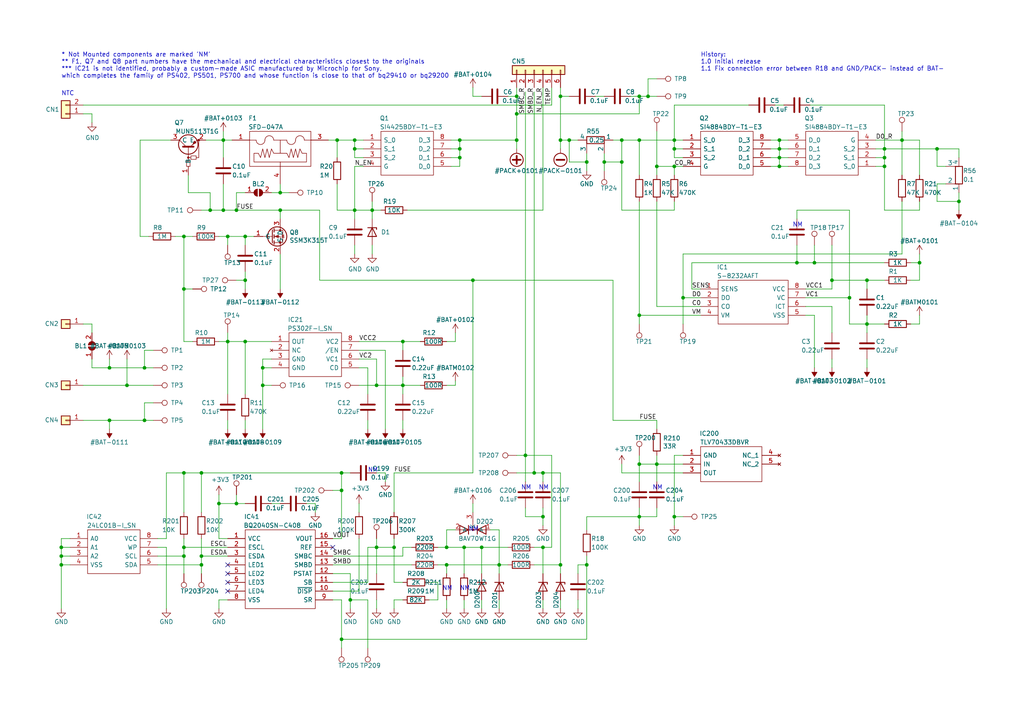
<source format=kicad_sch>
(kicad_sch (version 20211123) (generator eeschema)
  (paper "A4")
  (title_block (title "ERA-201B1 reverse engineering schematic") (date "2022-02-26") (rev "1.1") (company "Loïc POLLIER") (comment 3 "for Aibo ERS-210 and ERS-220 robots") (comment 4 "Sony Lithium-Ion Battery Pack (ERA-201B1) reverse engineering schematic"))
  (junction (at 36.83 111.76))
  (junction (at 152.4 132.08))
  (junction (at 116.84 99.06))
  (junction (at 226.06 48.26))
  (junction (at 251.46 81.28))
  (junction (at 241.3 81.28))
  (junction (at 139.7 158.75))
  (junction (at 60.96 60.96))
  (junction (at 149.86 27.94))
  (junction (at 246.38 86.36))
  (junction (at 114.3 158.75))
  (junction (at 66.04 68.58))
  (junction (at 256.54 45.72))
  (junction (at 71.12 81.28))
  (junction (at 99.06 185.42))
  (junction (at 76.2 106.68))
  (junction (at 195.58 43.18))
  (junction (at 58.42 137.16))
  (junction (at 261.62 40.64))
  (junction (at 109.22 111.76))
  (junction (at 129.54 163.83))
  (junction (at 53.34 137.16))
  (junction (at 165.1 40.64))
  (junction (at 162.56 40.64))
  (junction (at 185.42 149.86))
  (junction (at 101.6 173.99))
  (junction (at 53.34 161.29))
  (junction (at 107.95 60.96))
  (junction (at 41.91 121.92))
  (junction (at 109.22 158.75))
  (junction (at 157.48 158.75))
  (junction (at 17.78 158.75))
  (junction (at 226.06 45.72))
  (junction (at 41.91 106.68))
  (junction (at 195.58 48.26))
  (junction (at 154.94 137.16))
  (junction (at 195.58 149.86))
  (junction (at 53.34 68.58))
  (junction (at 58.42 161.29))
  (junction (at 149.86 40.64))
  (junction (at 31.75 121.92))
  (junction (at 53.34 83.82))
  (junction (at 157.48 137.16))
  (junction (at 58.42 163.83))
  (junction (at 157.48 149.86))
  (junction (at 99.06 142.24))
  (junction (at 71.12 99.06))
  (junction (at 278.13 58.42))
  (junction (at 71.12 68.58))
  (junction (at 81.28 55.88))
  (junction (at 81.28 60.96))
  (junction (at 170.18 163.83))
  (junction (at 134.62 158.75))
  (junction (at 226.06 43.18))
  (junction (at 256.54 43.18))
  (junction (at 137.16 81.28))
  (junction (at 162.56 27.94))
  (junction (at 271.78 43.18))
  (junction (at 63.5 146.05))
  (junction (at 66.04 99.06))
  (junction (at 170.18 46.99))
  (junction (at 226.06 40.64))
  (junction (at 236.22 76.2))
  (junction (at 251.46 93.98))
  (junction (at 185.42 91.44))
  (junction (at 102.87 43.18))
  (junction (at 256.54 48.26))
  (junction (at 17.78 163.83))
  (junction (at 68.58 146.05))
  (junction (at 185.42 40.64))
  (junction (at 17.78 161.29))
  (junction (at 102.87 40.64))
  (junction (at 185.42 134.62))
  (junction (at 97.79 40.64))
  (junction (at 162.56 163.83))
  (junction (at 195.58 40.64))
  (junction (at 187.96 27.94))
  (junction (at 133.35 40.64))
  (junction (at 149.86 33.02))
  (junction (at 180.34 40.64))
  (junction (at 190.5 134.62))
  (junction (at 198.12 86.36))
  (junction (at 144.78 163.83))
  (junction (at 175.26 46.99))
  (junction (at 266.7 76.2))
  (junction (at 76.2 111.76))
  (junction (at 190.5 48.26))
  (junction (at 64.77 60.96))
  (junction (at 64.77 40.64))
  (junction (at 180.34 46.99))
  (junction (at 231.14 76.2))
  (junction (at 133.35 43.18))
  (junction (at 129.54 158.75))
  (junction (at 185.42 27.94))
  (junction (at 68.58 60.96))
  (junction (at 102.87 60.96))
  (junction (at 31.75 106.68))
  (junction (at 99.06 137.16))
  (junction (at 116.84 111.76))
  (junction (at 133.35 45.72))
  (junction (at 53.34 158.75))
  (no_connect (at 96.52 158.75))
  (no_connect (at 66.04 168.91))
  (no_connect (at 66.04 171.45))
  (no_connect (at 66.04 166.37))
  (no_connect (at 66.04 163.83))
  (wire (pts (xy 44.45 101.6) (xy 41.91 101.6)))
  (wire (pts (xy 190.5 149.86) (xy 190.5 147.32)))
  (wire (pts (xy 175.26 46.99) (xy 175.26 49.53)))
  (wire (pts (xy 48.26 158.75) (xy 48.26 176.53)))
  (wire (pts (xy 41.91 101.6) (xy 41.91 106.68)))
  (wire (pts (xy 271.78 43.18) (xy 278.13 43.18)))
  (wire (pts (xy 40.64 40.64) (xy 49.53 40.64)))
  (wire (pts (xy 254 40.64) (xy 261.62 40.64)))
  (wire (pts (xy 116.84 161.29) (xy 116.84 158.75)))
  (wire (pts (xy 246.38 93.98) (xy 246.38 86.36)))
  (wire (pts (xy 66.04 114.3) (xy 66.04 99.06)))
  (wire (pts (xy 170.18 149.86) (xy 185.42 149.86)))
  (wire (pts (xy 198.12 73.66) (xy 198.12 86.36)))
  (wire (pts (xy 227.33 30.48) (xy 224.79 30.48)))
  (wire (pts (xy 147.32 158.75) (xy 139.7 158.75)))
  (wire (pts (xy 198.12 86.36) (xy 203.2 86.36)))
  (wire (pts (xy 144.78 173.99) (xy 144.78 176.53)))
  (wire (pts (xy 157.48 158.75) (xy 154.94 158.75)))
  (wire (pts (xy 266.7 40.64) (xy 266.7 50.8)))
  (wire (pts (xy 105.41 43.18) (xy 102.87 43.18)))
  (wire (pts (xy 71.12 99.06) (xy 71.12 114.3)))
  (wire (pts (xy 76.2 104.14) (xy 76.2 106.68)))
  (wire (pts (xy 99.06 137.16) (xy 99.06 142.24)))
  (wire (pts (xy 104.14 106.68) (xy 106.68 106.68)))
  (wire (pts (xy 165.1 40.64) (xy 162.56 40.64)))
  (wire (pts (xy 63.5 173.99) (xy 63.5 176.53)))
  (wire (pts (xy 144.78 166.37) (xy 144.78 163.83)))
  (wire (pts (xy 261.62 40.64) (xy 266.7 40.64)))
  (wire (pts (xy 132.08 96.52) (xy 132.08 99.06)))
  (wire (pts (xy 102.87 48.26) (xy 105.41 48.26)))
  (wire (pts (xy 195.58 40.64) (xy 195.58 43.18)))
  (wire (pts (xy 185.42 33.02) (xy 185.42 27.94)))
  (wire (pts (xy 162.56 137.16) (xy 162.56 163.83)))
  (wire (pts (xy 109.22 156.21) (xy 109.22 158.75)))
  (wire (pts (xy 198.12 40.64) (xy 195.58 40.64)))
  (wire (pts (xy 54.61 55.88) (xy 60.96 55.88)))
  (wire (pts (xy 251.46 83.82) (xy 251.46 81.28)))
  (wire (pts (xy 109.22 158.75) (xy 109.22 166.37)))
  (wire (pts (xy 149.86 27.94) (xy 149.86 25.4)))
  (wire (pts (xy 109.22 137.16) (xy 111.76 137.16)))
  (wire (pts (xy 97.79 60.96) (xy 102.87 60.96)))
  (wire (pts (xy 154.94 26.67) (xy 154.94 137.16)))
  (wire (pts (xy 195.58 149.86) (xy 195.58 152.4)))
  (wire (pts (xy 162.56 27.94) (xy 162.56 40.64)))
  (wire (pts (xy 99.06 173.99) (xy 99.06 185.42)))
  (wire (pts (xy 254 43.18) (xy 256.54 43.18)))
  (wire (pts (xy 102.87 60.96) (xy 107.95 60.96)))
  (wire (pts (xy 195.58 48.26) (xy 198.12 48.26)))
  (wire (pts (xy 71.12 78.74) (xy 71.12 81.28)))
  (wire (pts (xy 17.78 163.83) (xy 17.78 176.53)))
  (wire (pts (xy 217.17 30.48) (xy 195.58 30.48)))
  (wire (pts (xy 63.5 173.99) (xy 66.04 173.99)))
  (wire (pts (xy 104.14 156.21) (xy 104.14 171.45)))
  (wire (pts (xy 45.72 163.83) (xy 58.42 163.83)))
  (wire (pts (xy 58.42 163.83) (xy 58.42 166.37)))
  (wire (pts (xy 190.5 134.62) (xy 198.12 134.62)))
  (wire (pts (xy 17.78 163.83) (xy 20.32 163.83)))
  (wire (pts (xy 71.12 146.05) (xy 68.58 146.05)))
  (wire (pts (xy 226.06 48.26) (xy 226.06 45.72)))
  (wire (pts (xy 236.22 76.2) (xy 256.54 76.2)))
  (wire (pts (xy 88.9 146.05) (xy 91.44 146.05)))
  (wire (pts (xy 200.66 76.2) (xy 200.66 83.82)))
  (wire (pts (xy 102.87 73.66) (xy 102.87 71.12)))
  (wire (pts (xy 187.96 22.86) (xy 187.96 27.94)))
  (wire (pts (xy 256.54 93.98) (xy 251.46 93.98)))
  (wire (pts (xy 185.42 91.44) (xy 185.42 93.98)))
  (wire (pts (xy 139.7 166.37) (xy 139.7 158.75)))
  (wire (pts (xy 256.54 45.72) (xy 256.54 48.26)))
  (wire (pts (xy 48.26 156.21) (xy 45.72 156.21)))
  (wire (pts (xy 185.42 149.86) (xy 185.42 152.4)))
  (wire (pts (xy 157.48 60.96) (xy 157.48 25.4)))
  (wire (pts (xy 162.56 163.83) (xy 162.56 166.37)))
  (wire (pts (xy 246.38 60.96) (xy 246.38 86.36)))
  (wire (pts (xy 133.35 45.72) (xy 133.35 48.26)))
  (wire (pts (xy 129.54 166.37) (xy 129.54 163.83)))
  (wire (pts (xy 78.74 106.68) (xy 76.2 106.68)))
  (wire (pts (xy 96.52 171.45) (xy 104.14 171.45)))
  (wire (pts (xy 97.79 53.34) (xy 97.79 60.96)))
  (wire (pts (xy 187.96 27.94) (xy 190.5 27.94)))
  (wire (pts (xy 160.02 25.4) (xy 160.02 30.48)))
  (wire (pts (xy 233.68 86.36) (xy 246.38 86.36)))
  (wire (pts (xy 274.32 53.34) (xy 271.78 53.34)))
  (wire (pts (xy 99.06 137.16) (xy 101.6 137.16)))
  (wire (pts (xy 81.28 53.34) (xy 81.28 55.88)))
  (wire (pts (xy 137.16 81.28) (xy 177.8 81.28)))
  (wire (pts (xy 157.48 137.16) (xy 162.56 137.16)))
  (wire (pts (xy 256.54 81.28) (xy 251.46 81.28)))
  (wire (pts (xy 20.32 158.75) (xy 17.78 158.75)))
  (wire (pts (xy 58.42 137.16) (xy 99.06 137.16)))
  (wire (pts (xy 106.68 168.91) (xy 106.68 158.75)))
  (wire (pts (xy 106.68 173.99) (xy 106.68 187.96)))
  (wire (pts (xy 99.06 187.96) (xy 99.06 185.42)))
  (wire (pts (xy 130.81 43.18) (xy 133.35 43.18)))
  (wire (pts (xy 53.34 156.21) (xy 53.34 158.75)))
  (wire (pts (xy 266.7 60.96) (xy 266.7 58.42)))
  (wire (pts (xy 107.95 71.12) (xy 107.95 73.66)))
  (wire (pts (xy 59.69 40.64) (xy 64.77 40.64)))
  (wire (pts (xy 64.77 38.1) (xy 64.77 40.64)))
  (wire (pts (xy 96.52 168.91) (xy 106.68 168.91)))
  (wire (pts (xy 102.87 43.18) (xy 102.87 45.72)))
  (wire (pts (xy 160.02 132.08) (xy 160.02 158.75)))
  (wire (pts (xy 162.56 163.83) (xy 154.94 163.83)))
  (wire (pts (xy 162.56 40.64) (xy 162.56 43.18)))
  (wire (pts (xy 102.87 60.96) (xy 102.87 48.26)))
  (wire (pts (xy 231.14 76.2) (xy 236.22 76.2)))
  (wire (pts (xy 76.2 111.76) (xy 76.2 124.46)))
  (wire (pts (xy 162.56 173.99) (xy 162.56 176.53)))
  (wire (pts (xy 106.68 158.75) (xy 109.22 158.75)))
  (wire (pts (xy 114.3 137.16) (xy 114.3 148.59)))
  (wire (pts (xy 53.34 161.29) (xy 53.34 166.37)))
  (wire (pts (xy 137.16 27.94) (xy 139.7 27.94)))
  (wire (pts (xy 95.25 40.64) (xy 97.79 40.64)))
  (wire (pts (xy 195.58 60.96) (xy 180.34 60.96)))
  (wire (pts (xy 134.62 158.75) (xy 139.7 158.75)))
  (wire (pts (xy 111.76 101.6) (xy 111.76 124.46)))
  (wire (pts (xy 226.06 48.26) (xy 223.52 48.26)))
  (wire (pts (xy 185.42 132.08) (xy 185.42 134.62)))
  (wire (pts (xy 24.13 33.02) (xy 26.67 33.02)))
  (wire (pts (xy 31.75 124.46) (xy 31.75 121.92)))
  (wire (pts (xy 228.6 48.26) (xy 226.06 48.26)))
  (wire (pts (xy 254 45.72) (xy 256.54 45.72)))
  (wire (pts (xy 170.18 185.42) (xy 170.18 163.83)))
  (wire (pts (xy 58.42 60.96) (xy 60.96 60.96)))
  (wire (pts (xy 64.77 60.96) (xy 68.58 60.96)))
  (wire (pts (xy 226.06 40.64) (xy 228.6 40.64)))
  (wire (pts (xy 53.34 158.75) (xy 66.04 158.75)))
  (wire (pts (xy 110.49 60.96) (xy 107.95 60.96)))
  (wire (pts (xy 180.34 137.16) (xy 198.12 137.16)))
  (wire (pts (xy 266.7 81.28) (xy 264.16 81.28)))
  (wire (pts (xy 20.32 156.21) (xy 17.78 156.21)))
  (wire (pts (xy 149.86 33.02) (xy 149.86 40.64)))
  (wire (pts (xy 104.14 111.76) (xy 109.22 111.76)))
  (wire (pts (xy 190.5 132.08) (xy 190.5 134.62)))
  (wire (pts (xy 256.54 48.26) (xy 254 48.26)))
  (wire (pts (xy 226.06 43.18) (xy 223.52 43.18)))
  (wire (pts (xy 170.18 46.99) (xy 170.18 49.53)))
  (wire (pts (xy 226.06 45.72) (xy 226.06 43.18)))
  (wire (pts (xy 241.3 81.28) (xy 251.46 81.28)))
  (wire (pts (xy 241.3 88.9) (xy 241.3 96.52)))
  (wire (pts (xy 96.52 142.24) (xy 99.06 142.24)))
  (wire (pts (xy 17.78 156.21) (xy 17.78 158.75)))
  (wire (pts (xy 231.14 63.5) (xy 231.14 60.96)))
  (wire (pts (xy 26.67 106.68) (xy 31.75 106.68)))
  (wire (pts (xy 129.54 163.83) (xy 144.78 163.83)))
  (wire (pts (xy 195.58 43.18) (xy 195.58 45.72)))
  (wire (pts (xy 132.08 99.06) (xy 129.54 99.06)))
  (wire (pts (xy 101.6 173.99) (xy 101.6 176.53)))
  (wire (pts (xy 68.58 55.88) (xy 68.58 60.96)))
  (wire (pts (xy 185.42 134.62) (xy 190.5 134.62)))
  (wire (pts (xy 41.91 121.92) (xy 44.45 121.92)))
  (wire (pts (xy 190.5 38.1) (xy 190.5 48.26)))
  (wire (pts (xy 129.54 158.75) (xy 134.62 158.75)))
  (wire (pts (xy 231.14 71.12) (xy 231.14 76.2)))
  (wire (pts (xy 58.42 163.83) (xy 58.42 161.29)))
  (wire (pts (xy 44.45 116.84) (xy 41.91 116.84)))
  (wire (pts (xy 185.42 134.62) (xy 185.42 139.7)))
  (wire (pts (xy 180.34 60.96) (xy 180.34 46.99)))
  (wire (pts (xy 54.61 50.8) (xy 54.61 55.88)))
  (wire (pts (xy 180.34 134.62) (xy 180.34 137.16)))
  (wire (pts (xy 104.14 146.05) (xy 104.14 148.59)))
  (wire (pts (xy 20.32 161.29) (xy 17.78 161.29)))
  (wire (pts (xy 26.67 106.68) (xy 26.67 104.14)))
  (wire (pts (xy 132.08 110.49) (xy 132.08 111.76)))
  (wire (pts (xy 68.58 81.28) (xy 71.12 81.28)))
  (wire (pts (xy 64.77 40.64) (xy 67.31 40.64)))
  (wire (pts (xy 198.12 73.66) (xy 261.62 73.66)))
  (wire (pts (xy 278.13 58.42) (xy 278.13 60.96)))
  (wire (pts (xy 55.88 83.82) (xy 53.34 83.82)))
  (wire (pts (xy 251.46 91.44) (xy 251.46 93.98)))
  (wire (pts (xy 63.5 156.21) (xy 66.04 156.21)))
  (wire (pts (xy 63.5 99.06) (xy 66.04 99.06)))
  (wire (pts (xy 96.52 161.29) (xy 116.84 161.29)))
  (wire (pts (xy 127 173.99) (xy 127 168.91)))
  (wire (pts (xy 106.68 121.92) (xy 106.68 124.46)))
  (wire (pts (xy 41.91 106.68) (xy 44.45 106.68)))
  (wire (pts (xy 198.12 43.18) (xy 195.58 43.18)))
  (wire (pts (xy 170.18 46.99) (xy 165.1 46.99)))
  (wire (pts (xy 26.67 33.02) (xy 26.67 35.56)))
  (wire (pts (xy 165.1 27.94) (xy 162.56 27.94)))
  (wire (pts (xy 96.52 173.99) (xy 99.06 173.99)))
  (wire (pts (xy 121.92 99.06) (xy 116.84 99.06)))
  (wire (pts (xy 78.74 111.76) (xy 76.2 111.76)))
  (wire (pts (xy 149.86 33.02) (xy 185.42 33.02)))
  (wire (pts (xy 81.28 60.96) (xy 81.28 63.5)))
  (wire (pts (xy 78.74 55.88) (xy 81.28 55.88)))
  (wire (pts (xy 185.42 91.44) (xy 203.2 91.44)))
  (wire (pts (xy 48.26 137.16) (xy 48.26 156.21)))
  (wire (pts (xy 251.46 93.98) (xy 251.46 96.52)))
  (wire (pts (xy 190.5 48.26) (xy 190.5 50.8)))
  (wire (pts (xy 48.26 137.16) (xy 53.34 137.16)))
  (wire (pts (xy 109.22 158.75) (xy 114.3 158.75)))
  (wire (pts (xy 190.5 48.26) (xy 195.58 48.26)))
  (wire (pts (xy 241.3 83.82) (xy 233.68 83.82)))
  (wire (pts (xy 233.68 88.9) (xy 241.3 88.9)))
  (wire (pts (xy 264.16 76.2) (xy 266.7 76.2)))
  (wire (pts (xy 157.48 173.99) (xy 157.48 176.53)))
  (wire (pts (xy 116.84 158.75) (xy 119.38 158.75)))
  (wire (pts (xy 111.76 139.7) (xy 111.76 137.16)))
  (wire (pts (xy 64.77 40.64) (xy 64.77 45.72)))
  (wire (pts (xy 236.22 91.44) (xy 233.68 91.44)))
  (wire (pts (xy 130.81 40.64) (xy 133.35 40.64)))
  (wire (pts (xy 53.34 161.29) (xy 45.72 161.29)))
  (wire (pts (xy 101.6 166.37) (xy 101.6 173.99)))
  (wire (pts (xy 116.84 173.99) (xy 114.3 173.99)))
  (wire (pts (xy 266.7 93.98) (xy 264.16 93.98)))
  (wire (pts (xy 127 163.83) (xy 129.54 163.83)))
  (wire (pts (xy 175.26 27.94) (xy 172.72 27.94)))
  (wire (pts (xy 92.71 81.28) (xy 137.16 81.28)))
  (wire (pts (xy 228.6 43.18) (xy 226.06 43.18)))
  (wire (pts (xy 78.74 104.14) (xy 76.2 104.14)))
  (wire (pts (xy 246.38 93.98) (xy 251.46 93.98)))
  (wire (pts (xy 17.78 158.75) (xy 17.78 161.29)))
  (wire (pts (xy 177.8 40.64) (xy 180.34 40.64)))
  (wire (pts (xy 60.96 60.96) (xy 64.77 60.96)))
  (wire (pts (xy 66.04 71.12) (xy 66.04 68.58)))
  (wire (pts (xy 195.58 45.72) (xy 198.12 45.72)))
  (wire (pts (xy 36.83 111.76) (xy 36.83 104.14)))
  (wire (pts (xy 53.34 68.58) (xy 55.88 68.58)))
  (wire (pts (xy 66.04 96.52) (xy 66.04 99.06)))
  (wire (pts (xy 137.16 137.16) (xy 137.16 81.28)))
  (wire (pts (xy 198.12 86.36) (xy 198.12 93.98)))
  (wire (pts (xy 31.75 121.92) (xy 41.91 121.92)))
  (wire (pts (xy 144.78 153.67) (xy 142.24 153.67)))
  (wire (pts (xy 114.3 158.75) (xy 114.3 168.91)))
  (wire (pts (xy 118.11 60.96) (xy 157.48 60.96)))
  (wire (pts (xy 116.84 109.22) (xy 116.84 111.76)))
  (wire (pts (xy 274.32 48.26) (xy 271.78 48.26)))
  (wire (pts (xy 64.77 53.34) (xy 64.77 60.96)))
  (wire (pts (xy 68.58 146.05) (xy 68.58 143.51)))
  (wire (pts (xy 106.68 106.68) (xy 106.68 114.3)))
  (wire (pts (xy 170.18 149.86) (xy 170.18 153.67)))
  (wire (pts (xy 185.42 50.8) (xy 185.42 40.64)))
  (wire (pts (xy 104.14 101.6) (xy 111.76 101.6)))
  (wire (pts (xy 261.62 40.64) (xy 261.62 50.8)))
  (wire (pts (xy 41.91 116.84) (xy 41.91 121.92)))
  (wire (pts (xy 147.32 163.83) (xy 144.78 163.83)))
  (wire (pts (xy 26.67 96.52) (xy 26.67 93.98)))
  (wire (pts (xy 223.52 45.72) (xy 226.06 45.72)))
  (wire (pts (xy 81.28 146.05) (xy 78.74 146.05)))
  (wire (pts (xy 24.13 121.92) (xy 31.75 121.92)))
  (wire (pts (xy 63.5 68.58) (xy 66.04 68.58)))
  (wire (pts (xy 149.86 33.02) (xy 149.86 27.94)))
  (wire (pts (xy 101.6 173.99) (xy 106.68 173.99)))
  (wire (pts (xy 185.42 147.32) (xy 185.42 149.86)))
  (wire (pts (xy 167.64 176.53) (xy 167.64 173.99)))
  (wire (pts (xy 167.64 40.64) (xy 165.1 40.64)))
  (wire (pts (xy 96.52 166.37) (xy 101.6 166.37)))
  (wire (pts (xy 271.78 43.18) (xy 256.54 43.18)))
  (wire (pts (xy 154.94 137.16) (xy 157.48 137.16)))
  (wire (pts (xy 236.22 71.12) (xy 236.22 76.2)))
  (wire (pts (xy 152.4 26.67) (xy 152.4 132.08)))
  (wire (pts (xy 66.04 68.58) (xy 71.12 68.58)))
  (wire (pts (xy 195.58 30.48) (xy 195.58 40.64)))
  (wire (pts (xy 116.84 101.6) (xy 116.84 99.06)))
  (wire (pts (xy 195.58 58.42) (xy 195.58 60.96)))
  (wire (pts (xy 127 173.99) (xy 124.46 173.99)))
  (wire (pts (xy 271.78 58.42) (xy 278.13 58.42)))
  (wire (pts (xy 109.22 176.53) (xy 109.22 173.99)))
  (wire (pts (xy 157.48 149.86) (xy 157.48 152.4)))
  (wire (pts (xy 278.13 55.88) (xy 278.13 58.42)))
  (wire (pts (xy 231.14 60.96) (xy 246.38 60.96)))
  (wire (pts (xy 36.83 111.76) (xy 44.45 111.76)))
  (wire (pts (xy 81.28 55.88) (xy 83.82 55.88)))
  (wire (pts (xy 91.44 148.59) (xy 91.44 146.05)))
  (wire (pts (xy 53.34 158.75) (xy 53.34 161.29)))
  (wire (pts (xy 40.64 68.58) (xy 40.64 40.64)))
  (wire (pts (xy 190.5 88.9) (xy 203.2 88.9)))
  (wire (pts (xy 152.4 132.08) (xy 160.02 132.08)))
  (wire (pts (xy 81.28 60.96) (xy 92.71 60.96)))
  (wire (pts (xy 223.52 40.64) (xy 226.06 40.64)))
  (wire (pts (xy 190.5 139.7) (xy 190.5 134.62)))
  (wire (pts (xy 261.62 73.66) (xy 261.62 58.42)))
  (wire (pts (xy 137.16 25.4) (xy 137.16 27.94)))
  (wire (pts (xy 114.3 173.99) (xy 114.3 176.53)))
  (wire (pts (xy 116.84 124.46) (xy 116.84 121.92)))
  (wire (pts (xy 149.86 137.16) (xy 154.94 137.16)))
  (wire (pts (xy 152.4 147.32) (xy 152.4 149.86)))
  (wire (pts (xy 60.96 55.88) (xy 60.96 60.96)))
  (wire (pts (xy 53.34 68.58) (xy 53.34 83.82)))
  (wire (pts (xy 256.54 30.48) (xy 256.54 43.18)))
  (wire (pts (xy 53.34 137.16) (xy 58.42 137.16)))
  (wire (pts (xy 256.54 48.26) (xy 256.54 60.96)))
  (wire (pts (xy 92.71 60.96) (xy 92.71 81.28)))
  (wire (pts (xy 102.87 45.72) (xy 105.41 45.72)))
  (wire (pts (xy 107.95 60.96) (xy 107.95 63.5)))
  (wire (pts (xy 162.56 25.4) (xy 162.56 27.94)))
  (wire (pts (xy 96.52 156.21) (xy 99.06 156.21)))
  (wire (pts (xy 114.3 156.21) (xy 114.3 158.75)))
  (wire (pts (xy 31.75 106.68) (xy 41.91 106.68)))
  (wire (pts (xy 190.5 22.86) (xy 187.96 22.86)))
  (wire (pts (xy 31.75 104.14) (xy 31.75 106.68)))
  (wire (pts (xy 175.26 46.99) (xy 180.34 46.99)))
  (wire (pts (xy 71.12 99.06) (xy 78.74 99.06)))
  (wire (pts (xy 157.48 158.75) (xy 157.48 166.37)))
  (wire (pts (xy 116.84 111.76) (xy 116.84 114.3)))
  (wire (pts (xy 256.54 43.18) (xy 256.54 45.72)))
  (wire (pts (xy 130.81 45.72) (xy 133.35 45.72)))
  (wire (pts (xy 58.42 137.16) (xy 58.42 148.59)))
  (wire (pts (xy 200.66 76.2) (xy 231.14 76.2)))
  (wire (pts (xy 17.78 161.29) (xy 17.78 163.83)))
  (wire (pts (xy 129.54 111.76) (xy 132.08 111.76)))
  (wire (pts (xy 203.2 83.82) (xy 200.66 83.82)))
  (wire (pts (xy 68.58 60.96) (xy 81.28 60.96)))
  (wire (pts (xy 124.46 168.91) (xy 127 168.91)))
  (wire (pts (xy 58.42 161.29) (xy 66.04 161.29)))
  (wire (pts (xy 71.12 68.58) (xy 71.12 71.12)))
  (wire (pts (xy 147.32 27.94) (xy 149.86 27.94)))
  (wire (pts (xy 256.54 60.96) (xy 266.7 60.96)))
  (wire (pts (xy 226.06 45.72) (xy 228.6 45.72)))
  (wire (pts (xy 133.35 43.18) (xy 133.35 45.72)))
  (wire (pts (xy 133.35 48.26) (xy 130.81 48.26)))
  (wire (pts (xy 266.7 76.2) (xy 266.7 73.66)))
  (wire (pts (xy 180.34 46.99) (xy 180.34 40.64)))
  (wire (pts (xy 63.5 146.05) (xy 63.5 143.51)))
  (wire (pts (xy 185.42 149.86) (xy 190.5 149.86)))
  (wire (pts (xy 190.5 124.46) (xy 190.5 121.92)))
  (wire (pts (xy 167.64 166.37) (xy 167.64 163.83)))
  (wire (pts (xy 241.3 104.14) (xy 241.3 106.68)))
  (wire (pts (xy 71.12 81.28) (xy 71.12 83.82)))
  (wire (pts (xy 182.88 27.94) (xy 185.42 27.94)))
  (wire (pts (xy 177.8 121.92) (xy 190.5 121.92)))
  (wire (pts (xy 24.13 111.76) (xy 36.83 111.76)))
  (wire (pts (xy 165.1 40.64) (xy 165.1 46.99)))
  (wire (pts (xy 116.84 99.06) (xy 104.14 99.06)))
  (wire (pts (xy 251.46 106.68) (xy 251.46 104.14)))
  (wire (pts (xy 152.4 149.86) (xy 157.48 149.86)))
  (wire (pts (xy 180.34 40.64) (xy 185.42 40.64)))
  (wire (pts (xy 157.48 137.16) (xy 157.48 139.7)))
  (wire (pts (xy 58.42 156.21) (xy 58.42 161.29)))
  (wire (pts (xy 177.8 81.28) (xy 177.8 121.92)))
  (wire (pts (xy 198.12 149.86) (xy 195.58 149.86)))
  (wire (pts (xy 266.7 91.44) (xy 266.7 93.98)))
  (wire (pts (xy 50.8 68.58) (xy 53.34 68.58)))
  (wire (pts (xy 261.62 38.1) (xy 261.62 40.64)))
  (wire (pts (xy 66.04 99.06) (xy 71.12 99.06)))
  (wire (pts (xy 53.34 99.06) (xy 55.88 99.06)))
  (wire (pts (xy 271.78 53.34) (xy 271.78 58.42)))
  (wire (pts (xy 68.58 55.88) (xy 71.12 55.88)))
  (wire (pts (xy 226.06 43.18) (xy 226.06 40.64)))
  (wire (pts (xy 107.95 58.42) (xy 107.95 60.96)))
  (wire (pts (xy 45.72 158.75) (xy 48.26 158.75)))
  (wire (pts (xy 121.92 111.76) (xy 116.84 111.76)))
  (wire (pts (xy 114.3 168.91) (xy 116.84 168.91)))
  (wire (pts (xy 133.35 40.64) (xy 149.86 40.64)))
  (wire (pts (xy 26.67 93.98) (xy 24.13 93.98)))
  (wire (pts (xy 97.79 40.64) (xy 97.79 45.72)))
  (wire (pts (xy 157.48 147.32) (xy 157.48 149.86)))
  (wire (pts (xy 66.04 121.92) (xy 66.04 124.46)))
  (wire (pts (xy 152.4 132.08) (xy 152.4 139.7)))
  (wire (pts (xy 149.86 132.08) (xy 152.4 132.08)))
  (wire (pts (xy 109.22 111.76) (xy 116.84 111.76)))
  (wire (pts (xy 114.3 137.16) (xy 137.16 137.16)))
  (wire (pts (xy 102.87 40.64) (xy 102.87 43.18)))
  (wire (pts (xy 195.58 50.8) (xy 195.58 48.26)))
  (wire (pts (xy 157.48 158.75) (xy 160.02 158.75)))
  (wire (pts (xy 149.86 40.64) (xy 149.86 43.18)))
  (wire (pts (xy 175.26 44.45) (xy 175.26 46.99)))
  (wire (pts (xy 24.13 30.48) (xy 160.02 30.48)))
  (wire (pts (xy 109.22 104.14) (xy 109.22 111.76)))
  (wire (pts (xy 236.22 91.44) (xy 236.22 106.68)))
  (wire (pts (xy 63.5 156.21) (xy 63.5 146.05)))
  (wire (pts (xy 76.2 106.68) (xy 76.2 111.76)))
  (wire (pts (xy 195.58 132.08) (xy 198.12 132.08)))
  (wire (pts (xy 190.5 58.42) (xy 190.5 88.9)))
  (wire (pts (xy 278.13 43.18) (xy 278.13 45.72)))
  (wire (pts (xy 167.64 163.83) (xy 170.18 163.83)))
  (wire (pts (xy 234.95 30.48) (xy 256.54 30.48)))
  (wire (pts (xy 139.7 173.99) (xy 139.7 176.53)))
  (wire (pts (xy 195.58 132.08) (xy 195.58 149.86)))
  (wire (pts (xy 104.14 104.14) (xy 109.22 104.14)))
  (wire (pts (xy 144.78 163.83) (xy 144.78 153.67)))
  (wire (pts (xy 185.42 27.94) (xy 187.96 27.94)))
  (wire (pts (xy 97.79 40.64) (xy 102.87 40.64)))
  (wire (pts (xy 127 158.75) (xy 129.54 158.75)))
  (wire (pts (xy 99.06 142.24) (xy 99.06 156.21)))
  (wire (pts (xy 170.18 161.29) (xy 170.18 163.83)))
  (wire (pts (xy 129.54 158.75) (xy 129.54 153.67)))
  (wire (pts (xy 53.34 148.59) (xy 53.34 137.16)))
  (wire (pts (xy 105.41 40.64) (xy 102.87 40.64)))
  (wire (pts (xy 71.12 121.92) (xy 71.12 124.46)))
  (wire (pts (xy 119.38 163.83) (xy 96.52 163.83)))
  (wire (pts (xy 81.28 73.66) (xy 81.28 83.82)))
  (wire (pts (xy 134.62 173.99) (xy 134.62 176.53)))
  (wire (pts (xy 133.35 40.64) (xy 133.35 43.18)))
  (wire (pts (xy 271.78 48.26) (xy 271.78 43.18)))
  (wire (pts (xy 53.34 83.82) (xy 53.34 99.06)))
  (wire (pts (xy 241.3 71.12) (xy 241.3 81.28)))
  (wire (pts (xy 43.18 68.58) (xy 40.64 68.58)))
  (wire (pts (xy 129.54 173.99) (xy 129.54 176.53)))
  (wire (pts (xy 241.3 81.28) (xy 241.3 83.82)))
  (wire (pts (xy 63.5 146.05) (xy 68.58 146.05)))
  (wire (pts (xy 134.62 166.37) (xy 134.62 158.75)))
  (wire (pts (xy 129.54 153.67) (xy 132.08 153.67)))
  (wire (pts (xy 99.06 185.42) (xy 170.18 185.42)))
  (wire (pts (xy 266.7 76.2) (xy 266.7 81.28)))
  (wire (pts (xy 137.16 146.05) (xy 137.16 148.59)))
  (wire (pts (xy 170.18 44.45) (xy 170.18 46.99)))
  (wire (pts (xy 185.42 40.64) (xy 195.58 40.64)))
  (wire (pts (xy 73.66 68.58) (xy 71.12 68.58)))
  (wire (pts (xy 185.42 58.42) (xy 185.42 91.44)))
  (wire (pts (xy 102.87 63.5) (xy 102.87 60.96)))
  (text "NM" (at 133.35 171.45 0) (effects (font (size 1.27 1.27)) (justify left bottom)))
  (text "NM" (at 128.27 171.45 0) (effects (font (size 1.27 1.27)) (justify left bottom)))
  (text "NM" (at 135.89 154.305 0) (effects (font (size 1.27 1.27)) (justify left bottom)))
  (text "* Not Mounted components are marked 'NM'\n** F1, Q7 and Q8 part numbers have the mechanical and electrical characteristics closest to the originals\n*** IC21 is not identified, probably a custom-made ASIC manufactured by Microchip for Sony,\nwhich completes the family of PS402, PS501, PS700 and whose function is close to that of bq29410 or bq29200" (at 17.78 22.86 0) (effects (font (size 1.27 1.27)) (justify left bottom)))
  (text "NM" (at 189.23 142.24 0) (effects (font (size 1.27 1.27)) (justify left bottom)))
  (text "NTC" (at 17.78 27.94 0) (effects (font (size 1.27 1.27)) (justify left bottom)))
  (text "NM" (at 106.68 137.16 0) (effects (font (size 1.27 1.27)) (justify left bottom)))
  (text "NM" (at 229.87 66.04 0) (effects (font (size 1.27 1.27)) (justify left bottom)))
  (text "NM" (at 156.21 142.24 0) (effects (font (size 1.27 1.27)) (justify left bottom)))
  (text "NM" (at 151.13 142.24 0) (effects (font (size 1.27 1.27)) (justify left bottom)))
  (text "History:\n1.0 Initial release\n1.1 Fix connection error between R18 and GND/PACK- instead of BAT-\n " (at 203.2 22.86 0) (effects (font (size 1.27 1.27)) (justify left bottom)))
  (label "SENS" (at 200.66 83.82 0))
  (label "C0" (at 200.66 88.9 0))
  (label "VC1" (at 233.68 86.36 0))
  (label "D0_R" (at 254 40.64 0))
  (label "FUSE" (at 114.3 137.16 0))
  (label "TEMP" (at 160.02 25.4 270))
  (label "VC2" (at 104.14 104.14 0))
  (label "SMBD" (at 96.52 163.83 0))
  (label "ESDA" (at 60.96 161.29 0))
  (label "VCC1" (at 233.68 83.82 0))
  (label "N_EN_R" (at 157.48 25.4 270))
  (label "VM" (at 200.66 91.44 0))
  (label "VOUT" (at 96.52 156.21 0))
  (label "SMBD_R" (at 154.94 25.4 270))
  (label "C0_R" (at 195.58 48.26 0))
  (label "SMBC" (at 96.52 161.29 0))
  (label "VCC2" (at 104.14 99.06 0))
  (label "ESCL" (at 60.96 158.75 0))
  (label "SMBC_R" (at 152.4 25.4 270))
  (label "FUSE" (at 185.42 121.92 0))
  (label "N_EN" (at 102.87 48.26 0))
  (label "FUSE" (at 68.58 60.96 0))
  (label "D0" (at 200.66 86.36 0))
  (symbol (lib_id "Device:R") (at 190.5 54.61 0) (unit 1)
    (property "Reference" "R5" (at 191.77 53.34 0) (effects (justify left)))
    (property "Value" "47K" (at 191.77 55.88 0) (effects (justify left)))
  )
  (symbol (lib_id "power:GND") (at 170.18 49.53 0) (unit 1)
    (property "Reference" "#PWR?" (effects hide))
    (property "Value" "GND" (at 170.18 53.34 0))
  )
  (symbol (lib_id "Device:R_Shunt") (at 172.72 40.64 270) (unit 1)
    (property "Reference" "R55" (at 173.99 38.1 90) (effects (justify right)))
    (property "Value" "0.25" (at 175.26 40.64 90) (effects (justify right)))
  )
  (symbol (lib_id "Connector_Generic:Conn_01x06") (at 154.94 20.32 90) (unit 1)
    (property "Reference" "CN5" (at 152.4 17.78 90) (effects (justify left)))
    (property "Value" "Conn_01x06" (effects hide))
  )
  (symbol (lib_id "Device:R") (at 53.34 152.4 0) (unit 1)
    (property "Reference" "R201" (at 46.99 151.13 0) (effects (justify left)))
    (property "Value" "10K" (at 46.99 153.67 0) (effects (justify left)))
  )
  (symbol (lib_id "Device:R") (at 58.42 152.4 0) (unit 1)
    (property "Reference" "R202" (at 59.69 151.13 0) (effects (justify left)))
    (property "Value" "10K" (at 59.69 153.67 0) (effects (justify left)))
  )
  (symbol (lib_id "Device:R") (at 123.19 163.83 90) (unit 1)
    (property "Reference" "R204" (at 123.19 161.29 90))
    (property "Value" "220R" (at 123.19 163.83 90))
  )
  (symbol (lib_id "power:-VDC") (at 162.56 43.18 180) (unit 1)
    (property "Reference" "PACK-" (at 162.56 49.53 0))
    (property "Value" "-VDC" (effects hide))
  )
  (symbol (lib_id "power:+VDC") (at 149.86 43.18 180) (unit 1)
    (property "Reference" "PACK+" (at 149.86 49.53 0))
    (property "Value" "+VDC" (effects hide))
  )
  (symbol (lib_id "Device:C") (at 116.84 118.11 0) (unit 1)
    (property "Reference" "C15" (at 119.38 116.84 0) (effects (justify left)))
    (property "Value" "0.22uF" (at 119.38 119.38 0) (effects (justify left)))
  )
  (symbol (lib_id "Device:R") (at 125.73 99.06 90) (unit 1)
    (property "Reference" "R12" (at 124.46 96.52 90))
    (property "Value" "100R" (at 125.73 99.06 90))
  )
  (symbol (lib_id "Device:R") (at 125.73 111.76 90) (unit 1)
    (property "Reference" "R13" (at 124.46 109.22 90))
    (property "Value" "100R" (at 125.73 111.76 90))
  )
  (symbol (lib_id "Device:C") (at 116.84 105.41 0) (unit 1)
    (property "Reference" "C14" (at 119.38 104.14 0) (effects (justify left)))
    (property "Value" "0.22uF" (at 119.38 106.68 0) (effects (justify left)))
  )
  (symbol (lib_id "Connector:TestPoint") (at 109.22 156.21 0) (unit 1)
    (property "Reference" "TP206" (at 107.95 151.13 0) (effects (justify left)))
    (property "Value" "TestPoint" (effects hide))
  )
  (symbol (lib_id "Diode:BZX84Cxx") (at 107.95 67.31 270) (unit 1)
    (property "Reference" "D1" (at 110.49 67.31 90) (effects (justify left)))
    (property "Value" "BZX84Cxx" (effects hide))
    (property "Footprint" "Diode_SMD:D_SOT-23_ANK" (effects hide))
    (property "Datasheet" "https://diotec.com/tl_files/diotec/files/pdf/datasheets/bzx84c2v4.pdf" (effects hide))
  )
  (symbol (lib_id "Device:R") (at 151.13 158.75 90) (unit 1)
    (property "Reference" "R205" (at 151.13 156.21 90))
    (property "Value" "100R" (at 151.13 158.75 90))
  )
  (symbol (lib_id "Device:R") (at 151.13 163.83 90) (unit 1)
    (property "Reference" "R206" (at 151.13 161.29 90))
    (property "Value" "100R" (at 151.13 163.83 90))
  )
  (symbol (lib_id "Device:C") (at 241.3 100.33 0) (unit 1)
    (property "Reference" "C3" (at 232.41 99.06 0) (effects (justify left)))
    (property "Value" "0.22uF" (at 232.41 101.6 0) (effects (justify left)))
  )
  (symbol (lib_id "Diode:BZX84Cxx") (at 139.7 170.18 270) (unit 1)
    (property "Reference" "D200" (at 138.43 173.99 0))
    (property "Value" "BZX84Cxx" (effects hide))
    (property "Footprint" "Diode_SMD:D_SOT-23_ANK" (effects hide))
    (property "Datasheet" "https://diotec.com/tl_files/diotec/files/pdf/datasheets/bzx84c2v4.pdf" (effects hide))
  )
  (symbol (lib_id "Diode:BZX84Cxx") (at 144.78 170.18 270) (unit 1)
    (property "Reference" "D201" (at 143.51 173.99 0))
    (property "Value" "BZX84Cxx" (effects hide))
    (property "Footprint" "Diode_SMD:D_SOT-23_ANK" (effects hide))
    (property "Datasheet" "https://diotec.com/tl_files/diotec/files/pdf/datasheets/bzx84c2v4.pdf" (effects hide))
  )
  (symbol (lib_id "Diode:BZX84Cxx") (at 157.48 170.18 270) (unit 1)
    (property "Reference" "D203" (at 156.21 173.99 0))
    (property "Value" "BZX84Cxx" (effects hide))
    (property "Footprint" "Diode_SMD:D_SOT-23_ANK" (effects hide))
    (property "Datasheet" "https://diotec.com/tl_files/diotec/files/pdf/datasheets/bzx84c2v4.pdf" (effects hide))
  )
  (symbol (lib_id "Diode:BZX84Cxx") (at 162.56 170.18 270) (unit 1)
    (property "Reference" "D204" (at 161.29 173.99 0))
    (property "Value" "BZX84Cxx" (effects hide))
    (property "Footprint" "Diode_SMD:D_SOT-23_ANK" (effects hide))
    (property "Datasheet" "https://diotec.com/tl_files/diotec/files/pdf/datasheets/bzx84c2v4.pdf" (effects hide))
  )
  (symbol (lib_id "Device:C") (at 251.46 100.33 0) (unit 1)
    (property "Reference" "C2" (at 254 99.06 0) (effects (justify left)))
    (property "Value" "0.22uF" (at 254 101.6 0) (effects (justify left)))
  )
  (symbol (lib_id "Device:R") (at 260.35 76.2 90) (unit 1)
    (property "Reference" "R3" (at 259.08 73.66 90))
    (property "Value" "1K" (at 260.35 76.2 90))
  )
  (symbol (lib_id "Device:R") (at 260.35 81.28 90) (unit 1)
    (property "Reference" "R1" (at 259.08 78.74 90))
    (property "Value" "1K" (at 260.35 81.28 90))
  )
  (symbol (lib_id "Device:R") (at 260.35 93.98 90) (unit 1)
    (property "Reference" "R2" (at 259.08 91.44 90))
    (property "Value" "1K" (at 260.35 93.98 90))
  )
  (symbol (lib_id "Device:R") (at 114.3 152.4 0) (unit 1)
    (property "Reference" "R207" (at 115.57 151.13 0) (effects (justify left)))
    (property "Value" "300K" (at 115.57 153.67 0) (effects (justify left)))
  )
  (symbol (lib_id "Device:R_Shunt") (at 278.13 50.8 180) (unit 1)
    (property "Reference" "R56" (at 283.21 49.53 0) (effects (justify left)))
    (property "Value" "0.1" (at 282.575 52.07 0) (effects (justify left)))
  )
  (symbol (lib_id "power:+BATT") (at 31.75 104.14 0) (unit 1)
    (property "Reference" "BAT+" (at 31.75 100.33 0))
    (property "Value" "+BATT" (effects hide))
  )
  (symbol (lib_id "power:-BATT") (at 31.75 124.46 180) (unit 1)
    (property "Reference" "BAT-" (at 31.75 128.27 0))
    (property "Value" "-BATT" (effects hide))
  )
  (symbol (lib_id "power:PRI_MID") (at 36.83 104.14 0) (unit 1)
    (property "Reference" "BATM" (at 36.83 100.33 0))
    (property "Value" "PRI_MID" (effects hide))
  )
  (symbol (lib_id "Device:C") (at 251.46 87.63 0) (unit 1)
    (property "Reference" "C1" (at 254 86.36 0) (effects (justify left)))
    (property "Value" "0.22uF" (at 254 88.9 0) (effects (justify left)))
  )
  (symbol (lib_id "Device:R") (at 190.5 128.27 0) (unit 1)
    (property "Reference" "R210" (at 192.278 127.1016 0) (effects (justify left)))
    (property "Value" "33R" (at 192.278 129.413 0) (effects (justify left)))
  )
  (symbol (lib_id "Device:R") (at 185.42 54.61 0) (unit 1)
    (property "Reference" "R4" (at 186.69 53.34 0) (effects (justify left)))
    (property "Value" "1K" (at 186.69 55.88 0) (effects (justify left)))
  )
  (symbol (lib_id "Device:R") (at 59.69 99.06 90) (unit 1)
    (property "Reference" "R10" (at 58.42 96.52 90))
    (property "Value" "1M" (at 59.69 99.06 90))
  )
  (symbol (lib_id "Jumper:SolderJumper_2_Open") (at 74.93 55.88 0) (unit 1)
    (property "Reference" "BL2" (at 74.93 53.34 0))
    (property "Value" "SolderJumper_2_Open" (effects hide))
  )
  (symbol (lib_id "Device:R") (at 114.3 60.96 90) (unit 1)
    (property "Reference" "R19" (at 113.03 58.42 90))
    (property "Value" "10K" (at 114.3 60.96 90))
  )
  (symbol (lib_id "Device:R") (at 71.12 118.11 0) (unit 1)
    (property "Reference" "R11" (at 72.39 116.84 0) (effects (justify left)))
    (property "Value" "470K" (at 72.39 119.38 0) (effects (justify left)))
  )
  (symbol (lib_id "Jumper:SolderJumper_2_Open") (at 26.67 100.33 90) (unit 1)
    (property "Reference" "BL1" (at 21.59 100.33 90) (effects (justify right)))
    (property "Value" "SolderJumper_2_Open" (effects hide))
  )
  (symbol (lib_id "Device:C") (at 66.04 118.11 0) (unit 1)
    (property "Reference" "C13" (at 58.42 116.84 0) (effects (justify left)))
    (property "Value" "0.1uF" (at 58.42 119.38 0) (effects (justify left)))
  )
  (symbol (lib_id "Device:R") (at 46.99 68.58 90) (unit 1)
    (property "Reference" "R8" (at 45.72 66.04 90))
    (property "Value" "1M" (at 46.99 68.58 90))
  )
  (symbol (lib_id "Device:C") (at 143.51 27.94 90) (unit 1)
    (property "Reference" "C6" (at 148.59 26.67 90) (effects (justify left)))
    (property "Value" "0.1uF" (at 151.13 29.21 90) (effects (justify left)))
  )
  (symbol (lib_id "Connector:TestPoint") (at 107.95 58.42 0) (unit 1)
    (property "Reference" "TP26" (at 106.68 53.34 0) (effects (justify left)))
    (property "Value" "TestPoint" (effects hide))
  )
  (symbol (lib_id "Connector:TestPoint") (at 44.45 106.68 270) (unit 1)
    (property "Reference" "TP2" (at 49.53 106.68 90) (effects (justify left)))
    (property "Value" "TestPoint" (effects hide))
  )
  (symbol (lib_id "Connector_Generic:Conn_01x01") (at 19.05 111.76 180) (unit 1)
    (property "Reference" "CN3" (at 17.018 111.6584 0) (effects (justify left)))
    (property "Value" "Conn_01x01" (effects hide))
  )
  (symbol (lib_id "Connector_Generic:Conn_01x01") (at 19.05 121.92 180) (unit 1)
    (property "Reference" "CN4" (at 17.018 121.8184 0) (effects (justify left)))
    (property "Value" "Conn_01x01" (effects hide))
  )
  (symbol (lib_id "Connector:TestPoint") (at 44.45 111.76 270) (unit 1)
    (property "Reference" "TP3" (at 49.53 111.76 90) (effects (justify left)))
    (property "Value" "TestPoint" (effects hide))
  )
  (symbol (lib_id "Connector:TestPoint") (at 44.45 121.92 270) (unit 1)
    (property "Reference" "TP5" (at 49.53 121.92 90) (effects (justify left)))
    (property "Value" "TestPoint" (effects hide))
  )
  (symbol (lib_id "power:GND") (at 26.67 35.56 0) (unit 1)
    (property "Reference" "#PWR?" (effects hide))
    (property "Value" "GND" (at 26.797 39.9542 0))
  )
  (symbol (lib_id "Connector:TestPoint") (at 44.45 116.84 270) (unit 1)
    (property "Reference" "TP4" (at 49.53 116.84 90) (effects (justify left)))
    (property "Value" "TestPoint" (effects hide))
  )
  (symbol (lib_id "Device:C") (at 168.91 27.94 90) (unit 1)
    (property "Reference" "C7" (at 173.99 26.67 90) (effects (justify left)))
    (property "Value" "0.1uF" (at 176.53 29.21 90) (effects (justify left)))
  )
  (symbol (lib_id "Connector:TestPoint") (at 44.45 101.6 270) (unit 1)
    (property "Reference" "TP1" (at 49.53 101.6 90) (effects (justify left)))
    (property "Value" "TestPoint" (effects hide))
  )
  (symbol (lib_id "Device:C") (at 102.87 67.31 0) (unit 1)
    (property "Reference" "C9" (at 95.25 66.04 0) (effects (justify left)))
    (property "Value" "0.1uF" (at 95.25 68.58 0) (effects (justify left)))
  )
  (symbol (lib_id "power:GND") (at 17.78 176.53 0) (unit 1)
    (property "Reference" "#PWR?" (effects hide))
    (property "Value" "GND" (at 17.78 180.34 0))
  )
  (symbol (lib_id "Device:R") (at 97.79 49.53 0) (unit 1)
    (property "Reference" "R20" (at 92.71 48.26 0) (effects (justify left)))
    (property "Value" "1M" (at 92.71 50.8 0) (effects (justify left)))
  )
  (symbol (lib_id "power:GND") (at 48.26 176.53 0) (unit 1)
    (property "Reference" "#PWR?" (effects hide))
    (property "Value" "GND" (at 48.26 180.34 0))
  )
  (symbol (lib_id "power:GND") (at 63.5 176.53 0) (unit 1)
    (property "Reference" "#PWR?" (effects hide))
    (property "Value" "GND" (at 63.5 180.34 0))
  )
  (symbol (lib_id "Connector:TestPoint") (at 185.42 132.08 0) (unit 1)
    (property "Reference" "TP200" (at 184.15 127 0) (effects (justify left)))
    (property "Value" "TestPoint" (effects hide))
  )
  (symbol (lib_id "Device:C") (at 64.77 49.53 0) (unit 1)
    (property "Reference" "C10" (at 67.31 48.26 0) (effects (justify left)))
    (property "Value" "0.1uF" (at 67.31 50.8 0) (effects (justify left)))
  )
  (symbol (lib_id "power:GND") (at 109.22 176.53 0) (unit 1)
    (property "Reference" "#PWR?" (effects hide))
    (property "Value" "GND" (at 109.22 180.34 0))
  )
  (symbol (lib_id "power:GND") (at 114.3 176.53 0) (unit 1)
    (property "Reference" "#PWR?" (effects hide))
    (property "Value" "GND" (at 114.3 180.34 0))
  )
  (symbol (lib_id "power:GND") (at 139.7 176.53 0) (unit 1)
    (property "Reference" "#PWR?" (effects hide))
    (property "Value" "GND" (at 139.7 180.34 0))
  )
  (symbol (lib_id "power:GND") (at 144.78 176.53 0) (unit 1)
    (property "Reference" "#PWR?" (effects hide))
    (property "Value" "GND" (at 144.78 180.34 0))
  )
  (symbol (lib_id "power:GND") (at 157.48 176.53 0) (unit 1)
    (property "Reference" "#PWR?" (effects hide))
    (property "Value" "GND" (at 157.48 180.34 0))
  )
  (symbol (lib_id "power:GND") (at 162.56 176.53 0) (unit 1)
    (property "Reference" "#PWR?" (effects hide))
    (property "Value" "GND" (at 162.56 180.34 0))
  )
  (symbol (lib_id "power:GND") (at 167.64 176.53 0) (unit 1)
    (property "Reference" "#PWR?" (effects hide))
    (property "Value" "GND" (at 167.64 180.34 0))
  )
  (symbol (lib_id "power:GND") (at 185.42 152.4 0) (unit 1)
    (property "Reference" "#PWR?" (effects hide))
    (property "Value" "GND" (at 185.42 156.21 0))
  )
  (symbol (lib_id "power:GND") (at 195.58 152.4 0) (unit 1)
    (property "Reference" "#PWR?" (effects hide))
    (property "Value" "GND" (at 195.58 156.21 0))
  )
  (symbol (lib_id "Device:C") (at 190.5 143.51 0) (unit 1)
    (property "Reference" "C204" (at 193.04 142.24 0) (effects (justify left)))
    (property "Value" "0.1uF" (at 193.04 144.78 0) (effects (justify left)))
  )
  (symbol (lib_id "power:PRI_MID") (at 266.7 91.44 0) (unit 1)
    (property "Reference" "BATM" (at 266.7 87.63 0))
    (property "Value" "PRI_MID" (effects hide))
  )
  (symbol (lib_id "power:GND") (at 91.44 148.59 0) (unit 1)
    (property "Reference" "#PWR?" (effects hide))
    (property "Value" "GND" (at 91.44 152.4 0))
  )
  (symbol (lib_id "power:GND") (at 111.76 139.7 0) (unit 1)
    (property "Reference" "#PWR?" (effects hide))
    (property "Value" "GND" (at 111.76 143.51 0))
  )
  (symbol (lib_id "Device:C") (at 105.41 137.16 90) (unit 1)
    (property "Reference" "C199" (at 113.03 135.89 90) (effects (justify left)))
    (property "Value" "0.1uF" (at 113.03 138.43 90) (effects (justify left)))
  )
  (symbol (lib_id "power:+BATT") (at 64.77 38.1 0) (unit 1)
    (property "Reference" "BAT+" (at 64.77 34.29 0))
    (property "Value" "+BATT" (effects hide))
  )
  (symbol (lib_id "Connector:TestPoint") (at 83.82 55.88 270) (unit 1)
    (property "Reference" "TP10" (at 88.9 55.88 90) (effects (justify left)))
    (property "Value" "TestPoint" (effects hide))
  )
  (symbol (lib_id "TLV70433DBVR:TLV70433DBVR") (at 198.12 132.08 0) (unit 1)
    (property "Reference" "IC200" (at 205.74 125.73 0))
    (property "Value" "TLV70433DBVR" (at 210.185 128.27 0))
    (property "Footprint" "SOT95P280X145-5N" (effects hide))
    (property "Datasheet" "https://www.ti.com/lit/ds/symlink/tlv704.pdf" (effects hide))
    (property "Description" "24 V Input Voltage, 3.3 V 150 mA Output, Ultra-Low-Iq Low-Dropout (LDO) Regulator, SOT-23-5" (effects hide))
    (property "Manufacturer_Name" "Texas Instruments" (effects hide))
  )
  (symbol (lib_id "SI4425BDY-T1-E3:SI4425BDY-T1-E3") (at 105.41 40.64 0) (unit 1)
    (property "Reference" "Q1" (at 111.506 34.29 0))
    (property "Value" "SI4425BDY-T1-E3" (at 119.253 36.83 0))
    (property "Footprint" "SOIC127P600X175-8N" (effects hide))
    (property "Datasheet" "https://www.vishay.com/docs/72000/72000.pdf" (effects hide))
    (property "Description" "P-channel MOSFET Transistor, 8.8 A 30 V, 8-Pin SOIC" (effects hide))
    (property "Manufacturer_Name" "Vishay" (effects hide))
  )
  (symbol (lib_id "Device:C") (at 106.68 118.11 0) (unit 1)
    (property "Reference" "C12" (at 97.79 116.84 0) (effects (justify left)))
    (property "Value" "0.22uF" (at 97.79 119.38 0) (effects (justify left)))
  )
  (symbol (lib_id "power:+BATT") (at 137.16 25.4 0) (unit 1)
    (property "Reference" "BAT+" (at 137.16 21.59 0))
    (property "Value" "+BATT" (effects hide))
  )
  (symbol (lib_id "PS302F-I_SN:PS302F-I_SN") (at 78.74 99.06 0) (unit 1)
    (property "Reference" "IC21" (at 85.725 92.71 0))
    (property "Value" "PS302F-I_SN" (at 89.916 95.25 0))
    (property "Footprint" "SOIC127P600X175-8N" (effects hide))
    (property "Datasheet" "https://ww1.microchip.com/downloads/en/devicedoc/21711c.pdf" (effects hide))
    (property "Description" "Voltage Protection for 2-Series Cell Li-Ion Batteries (2nd level protection), 8-Pin SOIC" (effects hide))
    (property "Manufacturer_Name" "Microchip" (effects hide))
  )
  (symbol (lib_id "power:+BATT") (at 266.7 73.66 0) (unit 1)
    (property "Reference" "BAT+" (at 266.7 69.85 0))
    (property "Value" "+BATT" (effects hide))
  )
  (symbol (lib_id "power:-BATT") (at 241.3 106.68 180) (unit 1)
    (property "Reference" "BAT-" (at 241.3 110.49 0))
    (property "Value" "-BATT" (effects hide))
  )
  (symbol (lib_id "Connector:TestPoint") (at 68.58 81.28 90) (unit 1)
    (property "Reference" "TP27" (at 63.5 81.28 90) (effects (justify left)))
    (property "Value" "TestPoint" (effects hide))
  )
  (symbol (lib_id "SI4884BDY-T1-E3:SI4884BDY-T1-E3") (at 198.12 40.64 0) (unit 1)
    (property "Reference" "Q2" (at 204.216 34.29 0))
    (property "Value" "SI4884BDY-T1-E3" (at 211.963 36.83 0))
    (property "Footprint" "SOIC127P600X175-8N" (effects hide))
    (property "Datasheet" "https://www.vishay.com/docs/73454/73454.pdf" (effects hide))
    (property "Description" "N-channel MOSFET Transistor, 12.4 A 30 V, 8-Pin SOIC" (effects hide))
    (property "Manufacturer_Name" "Vishay" (effects hide))
  )
  (symbol (lib_id "Device:C") (at 231.14 67.31 0) (unit 1)
    (property "Reference" "C21" (at 223.52 66.04 0) (effects (justify left)))
    (property "Value" "0.1uF" (at 223.52 68.58 0) (effects (justify left)))
  )
  (symbol (lib_id "24LC01B-I_SN:24LC01B-I_SN") (at 20.32 156.21 0) (unit 1)
    (property "Reference" "IC42" (at 27.305 149.86 0))
    (property "Value" "24LC01B-I_SN" (at 32.385 152.4 0))
    (property "Footprint" "SOIC127P600X175-8N" (effects hide))
    (property "Datasheet" "https://ww1.microchip.com/downloads/en/devicedoc/21711c.pdf" (effects hide))
    (property "Description" "Serial EEPROM Memory, 1kbit, 900ns, 2.5-5.5 V, 8-Pin SOIC" (effects hide))
    (property "Manufacturer_Name" "Microchip" (effects hide))
  )
  (symbol (lib_id "power:+BATT") (at 132.08 96.52 0) (unit 1)
    (property "Reference" "BAT+" (at 132.08 92.71 0))
    (property "Value" "+BATT" (effects hide))
  )
  (symbol (lib_id "Device:C") (at 179.07 27.94 90) (unit 1)
    (property "Reference" "C8" (at 184.15 26.67 90) (effects (justify left)))
    (property "Value" "0.1uF" (at 186.69 29.21 90) (effects (justify left)))
  )
  (symbol (lib_id "Device:C") (at 109.22 170.18 0) (unit 1)
    (property "Reference" "C203" (at 101.6 168.91 0) (effects (justify left)))
    (property "Value" "0.1uF" (at 101.6 171.45 0) (effects (justify left)))
  )
  (symbol (lib_id "BQ2040SN-C408:BQ2040SN-C408") (at 66.04 156.21 0) (unit 1)
    (property "Reference" "IC41" (at 73.025 149.86 0))
    (property "Value" "BQ2040SN-C408" (at 78.994 152.4 0))
    (property "Footprint" "SOIC127P600X175-16N" (effects hide))
    (property "Datasheet" "https://www.ti.com/lit/ds/symlink/bq2040.pdf" (effects hide))
    (property "Description" "Gas Gauge IC With SMBus Interface, 16-Pin SOIC" (effects hide))
    (property "Manufacturer_Name" "Texas Instruments" (effects hide))
  )
  (symbol (lib_id "power:PRI_MID") (at 132.08 110.49 0) (unit 1)
    (property "Reference" "BATM" (at 132.08 106.68 0))
    (property "Value" "PRI_MID" (effects hide))
  )
  (symbol (lib_id "Connector:TestPoint") (at 190.5 38.1 0) (unit 1)
    (property "Reference" "TP22" (at 189.23 33.02 0) (effects (justify left)))
    (property "Value" "TestPoint" (effects hide))
  )
  (symbol (lib_id "SI4884BDY-T1-E3:SI4884BDY-T1-E3") (at 254 48.26 180) (unit 1)
    (property "Reference" "Q3" (at 234.696 34.29 0))
    (property "Value" "SI4884BDY-T1-E3" (at 242.443 36.83 0))
    (property "Footprint" "SOIC127P600X175-8N" (effects hide))
    (property "Datasheet" "https://www.vishay.com/docs/73454/73454.pdf" (effects hide))
    (property "Description" "N-channel MOSFET Transistor, 12.4 A 30 V, 8-Pin SOIC" (effects hide))
    (property "Manufacturer_Name" "Vishay" (effects hide))
  )
  (symbol (lib_id "Device:C") (at 185.42 143.51 0) (unit 1)
    (property "Reference" "C200" (at 177.8 142.24 0) (effects (justify left)))
    (property "Value" "0.1uF" (at 177.8 144.78 0) (effects (justify left)))
  )
  (symbol (lib_id "S-8232AAFT:S-8232AAFT") (at 203.2 83.82 0) (unit 1)
    (property "Reference" "IC1" (at 209.55 77.47 0))
    (property "Value" "S-8232AAFT" (at 213.995 80.01 0))
    (property "Footprint" "SOP65P640X120-8N" (effects hide))
    (property "Datasheet" "https://cdn.datasheetspdf.com/pdf-down/S/-/8/S-8232_Seiko.pdf" (effects hide))
    (property "Description" "Battery Protection IC for 2-serial-cell Pack, 8-Pin TSSOP" (effects hide))
    (property "Manufacturer_Name" "Seiko Instruments" (effects hide))
  )
  (symbol (lib_id "SFD-047A:SFD-047A") (at 67.31 40.64 0) (unit 1)
    (property "Reference" "F1" (at 73.279 34.29 0))
    (property "Value" "SFD-047A" (at 77.089 36.83 0))
    (property "Footprint" "FUSC5432X109N" (effects hide))
    (property "Datasheet" "https://cdn.datasheetspdf.com/pdf-down/S/F/D/SFD-045A-Dexerials.pdf" (effects hide))
    (property "Description" "Self Control Protector for Lithium ion rechargeable battery from overcharging, SMD, 7 A, 5.4x3.2mm" (effects hide))
    (property "Manufacturer_Name" "Sony Chemicals" (effects hide))
  )
  (symbol (lib_id "MUN5113T1G:MUN5113T1G") (at 54.61 45.72 90) (unit 1)
    (property "Reference" "Q7" (at 53.34 35.56 90) (effects (justify left)))
    (property "Value" "MUN5113T1G" (at 63.5 38.1 90) (effects (justify left)))
    (property "Footprint" "SOT65P220X100-3N" (effects hide))
    (property "Datasheet" "https://www.onsemi.com/pdf/datasheet/dta144e-d.pdf" (effects hide))
    (property "Description" "Bipolar Pre-Biased PNP Transistor, 100 mA 50 V, SOT-323" (effects hide))
    (property "Manufacturer_Name" "ON Semiconductor" (effects hide))
  )
  (symbol (lib_id "SSM3K315T:SSM3K315T") (at 78.74 68.58 0) (unit 1)
    (property "Reference" "Q8" (at 83.947 67.4116 0) (effects (justify left)))
    (property "Value" "SSM3K315T" (at 83.947 69.723 0) (effects (justify left)))
    (property "Footprint" "SOTFL95P240X88-3N" (effects hide))
    (property "Datasheet" "https://cdn.datasheetspdf.com/pdf-down/S/S/M/SSM3K315T_ToshibaSemiconductor.pdf" (effects hide))
    (property "Description" "N-channel MOSFET Transistor, High Speed Switching Applications, 6 A 30 V, SOT-23F-3" (effects hide))
    (property "Manufacturer_Name" "Toshiba" (effects hide))
  )
  (symbol (lib_id "Device:C") (at 157.48 143.51 0) (unit 1)
    (property "Reference" "C207" (at 160.02 142.24 0) (effects (justify left)))
    (property "Value" "0.1uF" (at 160.02 144.78 0) (effects (justify left)))
  )
  (symbol (lib_id "Device:C") (at 152.4 143.51 0) (unit 1)
    (property "Reference" "C206" (at 144.78 142.24 0) (effects (justify left)))
    (property "Value" "0.1uF" (at 144.78 144.78 0) (effects (justify left)))
  )
  (symbol (lib_id "power:GND") (at 157.48 152.4 0) (unit 1)
    (property "Reference" "#PWR?" (effects hide))
    (property "Value" "GND" (at 157.48 156.21 0))
  )
  (symbol (lib_id "Device:R") (at 261.62 54.61 0) (unit 1)
    (property "Reference" "R7" (at 262.89 53.34 0) (effects (justify left)))
    (property "Value" "47K" (at 262.89 55.88 0) (effects (justify left)))
  )
  (symbol (lib_id "power:GND") (at 102.87 73.66 0) (unit 1)
    (property "Reference" "#PWR?" (effects hide))
    (property "Value" "GND" (at 102.997 78.0542 0))
  )
  (symbol (lib_id "power:GND") (at 107.95 73.66 0) (unit 1)
    (property "Reference" "#PWR?" (effects hide))
    (property "Value" "GND" (at 108.077 78.0542 0))
  )
  (symbol (lib_id "Device:C") (at 74.93 146.05 90) (unit 1)
    (property "Reference" "C201" (at 82.55 144.78 90) (effects (justify left)))
    (property "Value" "0.1uF" (at 82.55 147.32 90) (effects (justify left)))
  )
  (symbol (lib_id "Connector:TestPoint") (at 99.06 187.96 180) (unit 1)
    (property "Reference" "TP205" (at 104.14 193.04 0) (effects (justify left)))
    (property "Value" "TestPoint" (effects hide))
  )
  (symbol (lib_id "power:-BATT") (at 71.12 83.82 180) (unit 1)
    (property "Reference" "BAT-" (at 71.12 87.63 0))
    (property "Value" "-BATT" (effects hide))
  )
  (symbol (lib_id "Device:C") (at 85.09 146.05 90) (unit 1)
    (property "Reference" "C205" (at 92.71 144.78 90) (effects (justify left)))
    (property "Value" "0.1uF" (at 92.71 147.32 90) (effects (justify left)))
  )
  (symbol (lib_id "power:-BATT") (at 81.28 83.82 180) (unit 1)
    (property "Reference" "BAT-" (at 81.28 87.63 0))
    (property "Value" "-BATT" (effects hide))
  )
  (symbol (lib_id "power:-BATT") (at 66.04 124.46 180) (unit 1)
    (property "Reference" "BAT-" (at 66.04 128.27 0))
    (property "Value" "-BATT" (effects hide))
  )
  (symbol (lib_id "power:-BATT") (at 71.12 124.46 180) (unit 1)
    (property "Reference" "BAT-" (at 71.12 128.27 0))
    (property "Value" "-BATT" (effects hide))
  )
  (symbol (lib_id "Connector:TestPoint") (at 96.52 142.24 90) (unit 1)
    (property "Reference" "TP202" (at 91.44 142.24 90) (effects (justify left)))
    (property "Value" "TestPoint" (effects hide))
  )
  (symbol (lib_id "Connector:TestPoint") (at 78.74 111.76 270) (unit 1)
    (property "Reference" "TP16" (at 83.82 111.76 90) (effects (justify left)))
    (property "Value" "TestPoint" (effects hide))
  )
  (symbol (lib_id "power:-BATT") (at 76.2 124.46 180) (unit 1)
    (property "Reference" "BAT-" (at 76.2 128.27 0))
    (property "Value" "-BATT" (effects hide))
  )
  (symbol (lib_id "power:-BATT") (at 116.84 124.46 180) (unit 1)
    (property "Reference" "BAT-" (at 116.84 128.27 0))
    (property "Value" "-BATT" (effects hide))
  )
  (symbol (lib_id "power:-BATT") (at 236.22 106.68 180) (unit 1)
    (property "Reference" "BAT-" (at 236.22 110.49 0))
    (property "Value" "-BATT" (effects hide))
  )
  (symbol (lib_id "power:-BATT") (at 251.46 106.68 180) (unit 1)
    (property "Reference" "BAT-" (at 251.46 110.49 0))
    (property "Value" "-BATT" (effects hide))
  )
  (symbol (lib_id "power:-BATT") (at 278.13 60.96 180) (unit 1)
    (property "Reference" "BAT-" (at 278.13 64.77 0))
    (property "Value" "-BATT" (effects hide))
  )
  (symbol (lib_id "BAV70WT1G:BAV70WT1G") (at 137.16 153.67 180) (unit 1)
    (property "Reference" "D202" (at 140.589 151.257 0))
    (property "Value" "BAV70WT1G" (at 138.43 156.21 0))
    (property "Footprint" "SOT65P220X100-3N" (effects hide))
    (property "Datasheet" "https://www.onsemi.com/pdf/datasheet/bav70wt1-d.pdf" (effects hide))
    (property "Description" "Bipolar Pre-Biased PNP Transistor, 100 mA 50 V, SOT-323" (effects hide))
    (property "Manufacturer_Name" "ON Semiconductor" (effects hide))
  )
  (symbol (lib_id "power:-BATT") (at 106.68 124.46 180) (unit 1)
    (property "Reference" "BAT-" (at 106.68 128.27 0))
    (property "Value" "-BATT" (effects hide))
  )
  (symbol (lib_id "power:-BATT") (at 111.76 124.46 180) (unit 1)
    (property "Reference" "BAT-" (at 111.76 128.27 0))
    (property "Value" "-BATT" (effects hide))
  )
  (symbol (lib_id "power:+3V3") (at 180.34 134.62 0) (unit 1)
    (property "Reference" "#PWR?" (effects hide))
    (property "Value" "+3V3" (at 180.721 130.2258 0))
  )
  (symbol (lib_id "Connector:TestPoint") (at 190.5 27.94 270) (unit 1)
    (property "Reference" "TP9" (at 195.58 27.94 90) (effects (justify left)))
    (property "Value" "TestPoint" (effects hide))
  )
  (symbol (lib_id "Connector:TestPoint") (at 190.5 22.86 270) (unit 1)
    (property "Reference" "TP8" (at 195.58 22.86 90) (effects (justify left)))
    (property "Value" "TestPoint" (effects hide))
  )
  (symbol (lib_id "power:+3V3") (at 104.14 146.05 0) (unit 1)
    (property "Reference" "#PWR?" (effects hide))
    (property "Value" "+3V3" (at 104.521 141.6558 0))
  )
  (symbol (lib_id "power:+3V3") (at 63.5 143.51 0) (unit 1)
    (property "Reference" "#PWR?" (effects hide))
    (property "Value" "+3V3" (at 63.881 139.1158 0))
  )
  (symbol (lib_id "Connector:TestPoint") (at 68.58 143.51 0) (unit 1)
    (property "Reference" "TP201" (at 67.31 138.43 0) (effects (justify left)))
    (property "Value" "TestPoint" (effects hide))
  )
  (symbol (lib_id "Connector:TestPoint") (at 106.68 187.96 180) (unit 1)
    (property "Reference" "TP209" (at 110.49 193.04 0) (effects (justify left)))
    (property "Value" "TestPoint" (effects hide))
  )
  (symbol (lib_id "Connector:TestPoint") (at 149.86 137.16 90) (unit 1)
    (property "Reference" "TP208" (at 144.78 137.16 90) (effects (justify left)))
    (property "Value" "TestPoint" (effects hide))
  )
  (symbol (lib_id "Connector:TestPoint") (at 149.86 132.08 90) (unit 1)
    (property "Reference" "TP207" (at 144.78 132.08 90) (effects (justify left)))
    (property "Value" "TestPoint" (effects hide))
  )
  (symbol (lib_id "Connector:TestPoint") (at 58.42 60.96 90) (unit 1)
    (property "Reference" "TP11" (at 53.34 60.96 90) (effects (justify left)))
    (property "Value" "TestPoint" (effects hide))
  )
  (symbol (lib_id "Device:C") (at 71.12 74.93 0) (unit 1)
    (property "Reference" "C11" (at 73.66 73.66 0) (effects (justify left)))
    (property "Value" "0.1uF" (at 73.66 76.2 0) (effects (justify left)))
  )
  (symbol (lib_id "Device:R") (at 129.54 170.18 0) (unit 1)
    (property "Reference" "R211" (at 123.19 168.91 0) (effects (justify left)))
    (property "Value" "1M" (at 123.19 171.45 0) (effects (justify left)))
  )
  (symbol (lib_id "Device:R") (at 134.62 170.18 0) (unit 1)
    (property "Reference" "R212" (at 135.89 168.91 0) (effects (justify left)))
    (property "Value" "1M" (at 135.89 171.45 0) (effects (justify left)))
  )
  (symbol (lib_id "Connector:TestPoint") (at 66.04 96.52 0) (unit 1)
    (property "Reference" "TP14" (at 64.77 91.44 0) (effects (justify left)))
    (property "Value" "TestPoint" (effects hide))
  )
  (symbol (lib_id "Connector:TestPoint") (at 55.88 83.82 270) (unit 1)
    (property "Reference" "TP12" (at 60.96 83.82 90) (effects (justify left)))
    (property "Value" "TestPoint" (effects hide))
  )
  (symbol (lib_id "Device:R") (at 59.69 68.58 90) (unit 1)
    (property "Reference" "R9" (at 58.42 66.04 90))
    (property "Value" "100K" (at 59.69 68.58 90))
  )
  (symbol (lib_id "Connector:TestPoint") (at 66.04 71.12 180) (unit 1)
    (property "Reference" "TP13" (at 69.85 76.2 0) (effects (justify left)))
    (property "Value" "TestPoint" (effects hide))
  )
  (symbol (lib_id "Device:R") (at 170.18 157.48 0) (unit 1)
    (property "Reference" "R18" (at 171.45 156.21 0) (effects (justify left)))
    (property "Value" "100K" (at 171.45 158.75 0) (effects (justify left)))
  )
  (symbol (lib_id "Device:C") (at 167.64 170.18 0) (unit 1)
    (property "Reference" "C202" (at 170.18 168.91 0) (effects (justify left)))
    (property "Value" "0.1uF" (at 170.18 171.45 0) (effects (justify left)))
  )
  (symbol (lib_id "Connector:TestPoint") (at 53.34 166.37 180) (unit 1)
    (property "Reference" "TP203" (at 58.42 171.45 0) (effects (justify left)))
    (property "Value" "TestPoint" (effects hide))
  )
  (symbol (lib_id "Connector:TestPoint") (at 58.42 166.37 180) (unit 1)
    (property "Reference" "TP204" (at 63.5 171.45 0) (effects (justify left)))
    (property "Value" "TestPoint" (effects hide))
  )
  (symbol (lib_id "Connector:TestPoint") (at 198.12 149.86 270) (unit 1)
    (property "Reference" "TP25" (at 203.2 149.86 90) (effects (justify left)))
    (property "Value" "TestPoint" (effects hide))
  )
  (symbol (lib_id "Connector_Generic:Conn_01x01") (at 19.05 93.98 180) (unit 1)
    (property "Reference" "CN2" (at 17.018 93.8784 0) (effects (justify left)))
    (property "Value" "Conn_01x01" (effects hide))
  )
  (symbol (lib_id "Connector:TestPoint") (at 104.14 111.76 90) (unit 1)
    (property "Reference" "TP15" (at 99.06 111.76 90) (effects (justify left)))
    (property "Value" "TestPoint" (effects hide))
  )
  (symbol (lib_id "Connector_Generic:Conn_01x02") (at 19.05 33.02 180) (unit 1)
    (property "Reference" "CN1" (at 15.24 31.75 0))
    (property "Value" "Conn_01x02" (effects hide))
  )
  (symbol (lib_id "power:GND") (at 129.54 176.53 0) (unit 1)
    (property "Reference" "#PWR?" (effects hide))
    (property "Value" "GND" (at 129.54 180.34 0))
  )
  (symbol (lib_id "power:GND") (at 134.62 176.53 0) (unit 1)
    (property "Reference" "#PWR?" (effects hide))
    (property "Value" "GND" (at 134.62 180.34 0))
  )
  (symbol (lib_id "Connector:TestPoint") (at 241.3 71.12 0) (unit 1)
    (property "Reference" "TP17" (at 240.03 66.04 0) (effects (justify left)))
    (property "Value" "TestPoint" (effects hide))
  )
  (symbol (lib_id "Connector:TestPoint") (at 236.22 71.12 0) (unit 1)
    (property "Reference" "TP18" (at 234.95 66.04 0) (effects (justify left)))
    (property "Value" "TestPoint" (effects hide))
  )
  (symbol (lib_id "Connector:TestPoint") (at 185.42 93.98 180) (unit 1)
    (property "Reference" "TP21" (at 189.23 99.06 0) (effects (justify left)))
    (property "Value" "TestPoint" (effects hide))
  )
  (symbol (lib_id "Connector:TestPoint") (at 261.62 38.1 0) (unit 1)
    (property "Reference" "TP23" (at 260.35 33.02 0) (effects (justify left)))
    (property "Value" "TestPoint" (effects hide))
  )
  (symbol (lib_id "Connector:TestPoint") (at 198.12 93.98 180) (unit 1)
    (property "Reference" "TP19" (at 201.93 99.06 0) (effects (justify left)))
    (property "Value" "TestPoint" (effects hide))
  )
  (symbol (lib_id "Connector:TestPoint") (at 175.26 49.53 180) (unit 1)
    (property "Reference" "TP24" (at 179.07 54.61 0) (effects (justify left)))
    (property "Value" "TestPoint" (effects hide))
  )
  (symbol (lib_id "Device:C") (at 220.98 30.48 90) (unit 1)
    (property "Reference" "C5" (at 226.06 29.21 90) (effects (justify left)))
    (property "Value" "0.1uF" (at 228.6 31.75 90) (effects (justify left)))
  )
  (symbol (lib_id "Device:C") (at 231.14 30.48 90) (unit 1)
    (property "Reference" "C4" (at 236.22 29.21 90) (effects (justify left)))
    (property "Value" "0.1uF" (at 238.76 31.75 90) (effects (justify left)))
  )
  (symbol (lib_id "Device:R") (at 195.58 54.61 0) (unit 1)
    (property "Reference" "R6" (at 196.85 53.34 0) (effects (justify left)))
    (property "Value" "470K" (at 196.85 55.88 0) (effects (justify left)))
  )
  (symbol (lib_id "Device:R") (at 120.65 173.99 90) (unit 1)
    (property "Reference" "R209" (at 120.65 171.45 90))
    (property "Value" "82K" (at 120.65 173.99 90))
  )
  (symbol (lib_id "Device:R") (at 266.7 54.61 0) (unit 1)
    (property "Reference" "R21" (at 267.97 53.34 0) (effects (justify left)))
    (property "Value" "470K" (at 267.97 55.88 0) (effects (justify left)))
  )
  (symbol (lib_id "Device:R") (at 120.65 168.91 90) (unit 1)
    (property "Reference" "R208" (at 120.65 166.37 90))
    (property "Value" "2K" (at 120.65 168.91 90))
  )
  (symbol (lib_id "Device:R") (at 123.19 158.75 90) (unit 1)
    (property "Reference" "R203" (at 123.19 156.21 90))
    (property "Value" "220R" (at 123.19 158.75 90))
  )
  (symbol (lib_id "Device:R") (at 104.14 152.4 0) (unit 1)
    (property "Reference" "R200" (at 97.79 151.13 0) (effects (justify left)))
    (property "Value" "100K" (at 97.79 153.67 0) (effects (justify left)))
  )
  (symbol (lib_id "power:GND") (at 101.6 176.53 0) (unit 1)
    (property "Reference" "#PWR?" (effects hide))
    (property "Value" "GND" (at 101.6 180.34 0))
  )
  (symbol (lib_id "power:+BATT") (at 137.16 146.05 0) (unit 1)
    (property "Reference" "BAT+" (at 137.16 142.24 0))
    (property "Value" "+BATT" (effects hide))
  )
)
</source>
